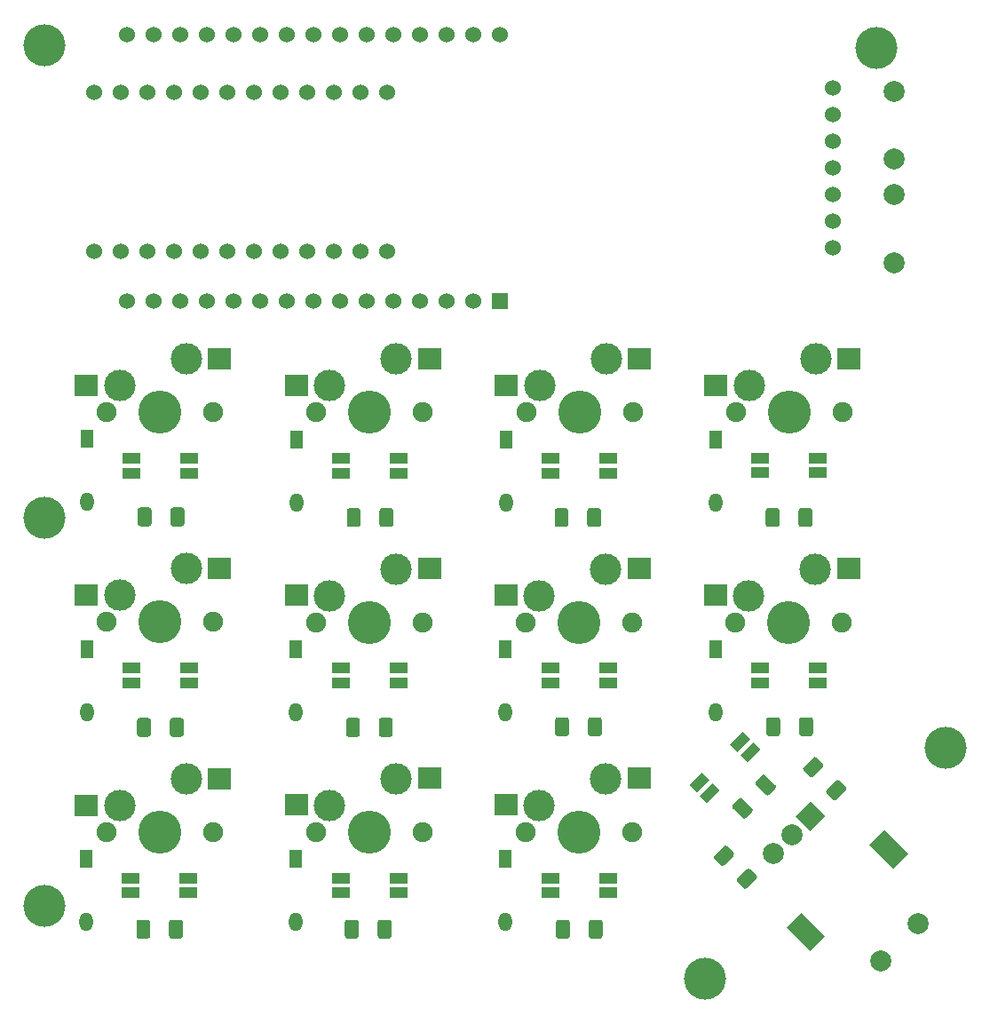
<source format=gbr>
%TF.GenerationSoftware,KiCad,Pcbnew,5.1.7-a382d34a8~88~ubuntu20.04.1*%
%TF.CreationDate,2021-03-20T14:16:57+01:00*%
%TF.ProjectId,WiFiDuck32,57694669-4475-4636-9b33-322e6b696361,2*%
%TF.SameCoordinates,Original*%
%TF.FileFunction,Soldermask,Bot*%
%TF.FilePolarity,Negative*%
%FSLAX46Y46*%
G04 Gerber Fmt 4.6, Leading zero omitted, Abs format (unit mm)*
G04 Created by KiCad (PCBNEW 5.1.7-a382d34a8~88~ubuntu20.04.1) date 2021-03-20 14:16:57*
%MOMM*%
%LPD*%
G01*
G04 APERTURE LIST*
%ADD10C,1.524000*%
%ADD11R,2.300000X2.000000*%
%ADD12C,1.900000*%
%ADD13C,4.100000*%
%ADD14C,3.000000*%
%ADD15C,4.000000*%
%ADD16R,1.300000X1.778000*%
%ADD17O,1.300000X1.778000*%
%ADD18C,2.000000*%
%ADD19C,0.100000*%
%ADD20R,1.700000X1.000000*%
%ADD21R,1.524000X1.524000*%
G04 APERTURE END LIST*
D10*
%TO.C,J1*%
X101219000Y-35661600D03*
X101219000Y-33121600D03*
X101219000Y-30581600D03*
X101219000Y-28041600D03*
X101219000Y-38201600D03*
X101219000Y-40741600D03*
X101219000Y-43281600D03*
%TD*%
%TO.C,U1*%
X30734000Y-28459400D03*
X33274000Y-28459400D03*
X35814000Y-28459400D03*
X38354000Y-28459400D03*
X40894000Y-28459400D03*
X43434000Y-28459400D03*
X45974000Y-28459400D03*
X48514000Y-28459400D03*
X51054000Y-28459400D03*
X53594000Y-28459400D03*
X56134000Y-28459400D03*
X58674000Y-28459400D03*
X58674000Y-43679400D03*
X56134000Y-43679400D03*
X53594000Y-43679400D03*
X51054000Y-43679400D03*
X48514000Y-43679400D03*
X45974000Y-43679400D03*
X43434000Y-43679400D03*
X40894000Y-43679400D03*
X38354000Y-43679400D03*
X35814000Y-43679400D03*
X33274000Y-43679400D03*
X30734000Y-43679400D03*
%TD*%
D11*
%TO.C,SW1*%
X42711800Y-53888200D03*
D12*
X31931800Y-59008200D03*
X42091800Y-59008200D03*
D13*
X37011800Y-59008200D03*
D14*
X39551800Y-53928200D03*
X33201800Y-56468200D03*
D11*
X30011800Y-56428200D03*
%TD*%
D15*
%TO.C,HOLE_M3*%
X111963200Y-90982800D03*
%TD*%
%TO.C,HOLE_M3*%
X89001600Y-112979200D03*
%TD*%
%TO.C,HOLE_M3*%
X26009600Y-106019600D03*
%TD*%
%TO.C,HOLE_M3*%
X26009600Y-69037200D03*
%TD*%
%TO.C,HOLE_M3*%
X26009600Y-24003000D03*
%TD*%
%TO.C,HOLE_M3*%
X105359200Y-24231600D03*
%TD*%
D16*
%TO.C,D1*%
X30035500Y-61531500D03*
D17*
X30035500Y-67531500D03*
%TD*%
%TO.C,D5*%
X30035500Y-87579000D03*
D16*
X30035500Y-81579000D03*
%TD*%
D17*
%TO.C,D9*%
X29972000Y-107584500D03*
D16*
X29972000Y-101584500D03*
%TD*%
%TO.C,D2*%
X50038000Y-61576500D03*
D17*
X50038000Y-67576500D03*
%TD*%
D16*
%TO.C,D6*%
X49974500Y-81579000D03*
D17*
X49974500Y-87579000D03*
%TD*%
D16*
%TO.C,D10*%
X49974500Y-101584500D03*
D17*
X49974500Y-107584500D03*
%TD*%
%TO.C,D3*%
X70040500Y-67579500D03*
D16*
X70040500Y-61579500D03*
%TD*%
D17*
%TO.C,D7*%
X69977000Y-87579000D03*
D16*
X69977000Y-81579000D03*
%TD*%
D17*
%TO.C,D11*%
X69977000Y-107581500D03*
D16*
X69977000Y-101581500D03*
%TD*%
%TO.C,D4*%
X89979500Y-61576500D03*
D17*
X89979500Y-67576500D03*
%TD*%
D16*
%TO.C,D8*%
X89979500Y-81579000D03*
D17*
X89979500Y-87579000D03*
%TD*%
D18*
%TO.C,ENC1*%
X105739414Y-111286482D03*
X109274948Y-107750948D03*
D19*
G36*
X96759158Y-108104502D02*
G01*
X98173372Y-106690288D01*
X100436114Y-108953030D01*
X99021900Y-110367244D01*
X96759158Y-108104502D01*
G37*
G36*
X104678754Y-100184906D02*
G01*
X106092968Y-98770692D01*
X108355710Y-101033434D01*
X106941496Y-102447648D01*
X104678754Y-100184906D01*
G37*
D18*
X95486366Y-101033434D03*
X97254133Y-99265667D03*
D19*
G36*
X97607686Y-97497900D02*
G01*
X99021900Y-96083686D01*
X100436114Y-97497900D01*
X99021900Y-98912114D01*
X97607686Y-97497900D01*
G37*
%TD*%
D20*
%TO.C,LED1*%
X34261800Y-64788200D03*
X34261800Y-63388200D03*
X39761800Y-64788200D03*
X39761800Y-63388200D03*
%TD*%
%TO.C,LED2*%
X59773000Y-63388200D03*
X59773000Y-64788200D03*
X54273000Y-63388200D03*
X54273000Y-64788200D03*
%TD*%
%TO.C,LED3*%
X74258800Y-64788200D03*
X74258800Y-63388200D03*
X79758800Y-64788200D03*
X79758800Y-63388200D03*
%TD*%
%TO.C,LED4*%
X99744600Y-63362800D03*
X99744600Y-64762800D03*
X94244600Y-63362800D03*
X94244600Y-64762800D03*
%TD*%
%TO.C,LED5*%
X99731900Y-83374000D03*
X99731900Y-84774000D03*
X94231900Y-83374000D03*
X94231900Y-84774000D03*
%TD*%
%TO.C,LED6*%
X74233400Y-84774000D03*
X74233400Y-83374000D03*
X79733400Y-84774000D03*
X79733400Y-83374000D03*
%TD*%
%TO.C,LED7*%
X59747600Y-83374000D03*
X59747600Y-84774000D03*
X54247600Y-83374000D03*
X54247600Y-84774000D03*
%TD*%
%TO.C,LED8*%
X34261800Y-84761300D03*
X34261800Y-83361300D03*
X39761800Y-84761300D03*
X39761800Y-83361300D03*
%TD*%
%TO.C,LED9*%
X34236400Y-104797900D03*
X34236400Y-103397900D03*
X39736400Y-104797900D03*
X39736400Y-103397900D03*
%TD*%
%TO.C,LED10*%
X59760300Y-103385200D03*
X59760300Y-104785200D03*
X54260300Y-103385200D03*
X54260300Y-104785200D03*
%TD*%
%TO.C,LED11*%
X74233400Y-104785200D03*
X74233400Y-103385200D03*
X79733400Y-104785200D03*
X79733400Y-103385200D03*
%TD*%
%TO.C,R1*%
G36*
G01*
X100587954Y-94994839D02*
X101471839Y-94110954D01*
G75*
G02*
X101825391Y-94110954I176776J-176776D01*
G01*
X102391078Y-94676641D01*
G75*
G02*
X102391078Y-95030193I-176776J-176776D01*
G01*
X101507193Y-95914078D01*
G75*
G02*
X101153641Y-95914078I-176776J176776D01*
G01*
X100587954Y-95348391D01*
G75*
G02*
X100587954Y-94994839I176776J176776D01*
G01*
G37*
G36*
G01*
X98395922Y-92802807D02*
X99279807Y-91918922D01*
G75*
G02*
X99633359Y-91918922I176776J-176776D01*
G01*
X100199046Y-92484609D01*
G75*
G02*
X100199046Y-92838161I-176776J-176776D01*
G01*
X99315161Y-93722046D01*
G75*
G02*
X98961609Y-93722046I-176776J176776D01*
G01*
X98395922Y-93156359D01*
G75*
G02*
X98395922Y-92802807I176776J176776D01*
G01*
G37*
%TD*%
%TO.C,R2*%
G36*
G01*
X93882078Y-103475693D02*
X92998193Y-104359578D01*
G75*
G02*
X92644641Y-104359578I-176776J176776D01*
G01*
X92078954Y-103793891D01*
G75*
G02*
X92078954Y-103440339I176776J176776D01*
G01*
X92962839Y-102556454D01*
G75*
G02*
X93316391Y-102556454I176776J-176776D01*
G01*
X93882078Y-103122141D01*
G75*
G02*
X93882078Y-103475693I-176776J-176776D01*
G01*
G37*
G36*
G01*
X91690046Y-101283661D02*
X90806161Y-102167546D01*
G75*
G02*
X90452609Y-102167546I-176776J176776D01*
G01*
X89886922Y-101601859D01*
G75*
G02*
X89886922Y-101248307I176776J176776D01*
G01*
X90770807Y-100364422D01*
G75*
G02*
X91124359Y-100364422I176776J-176776D01*
G01*
X91690046Y-100930109D01*
G75*
G02*
X91690046Y-101283661I-176776J-176776D01*
G01*
G37*
%TD*%
D11*
%TO.C,SW2*%
X50023000Y-56428200D03*
D14*
X53213000Y-56468200D03*
X59563000Y-53928200D03*
D13*
X57023000Y-59008200D03*
D12*
X62103000Y-59008200D03*
X51943000Y-59008200D03*
D11*
X62723000Y-53888200D03*
%TD*%
%TO.C,SW3*%
X70008800Y-56428200D03*
D14*
X73198800Y-56468200D03*
X79548800Y-53928200D03*
D13*
X77008800Y-59008200D03*
D12*
X82088800Y-59008200D03*
X71928800Y-59008200D03*
D11*
X82708800Y-53888200D03*
%TD*%
%TO.C,SW4*%
X89994600Y-56402800D03*
D14*
X93184600Y-56442800D03*
X99534600Y-53902800D03*
D13*
X96994600Y-58982800D03*
D12*
X102074600Y-58982800D03*
X91914600Y-58982800D03*
D11*
X102694600Y-53862800D03*
%TD*%
%TO.C,SW5*%
X30011800Y-76401300D03*
D14*
X33201800Y-76441300D03*
X39551800Y-73901300D03*
D13*
X37011800Y-78981300D03*
D12*
X42091800Y-78981300D03*
X31931800Y-78981300D03*
D11*
X42711800Y-73861300D03*
%TD*%
%TO.C,SW6*%
X49997600Y-76414000D03*
D14*
X53187600Y-76454000D03*
X59537600Y-73914000D03*
D13*
X56997600Y-78994000D03*
D12*
X62077600Y-78994000D03*
X51917600Y-78994000D03*
D11*
X62697600Y-73874000D03*
%TD*%
%TO.C,SW7*%
X82683400Y-73874000D03*
D12*
X71903400Y-78994000D03*
X82063400Y-78994000D03*
D13*
X76983400Y-78994000D03*
D14*
X79523400Y-73914000D03*
X73173400Y-76454000D03*
D11*
X69983400Y-76414000D03*
%TD*%
%TO.C,SW8*%
X102681900Y-73874000D03*
D12*
X91901900Y-78994000D03*
X102061900Y-78994000D03*
D13*
X96981900Y-78994000D03*
D14*
X99521900Y-73914000D03*
X93171900Y-76454000D03*
D11*
X89981900Y-76414000D03*
%TD*%
%TO.C,SW9*%
X42686400Y-93897900D03*
D12*
X31906400Y-99017900D03*
X42066400Y-99017900D03*
D13*
X36986400Y-99017900D03*
D14*
X39526400Y-93937900D03*
X33176400Y-96477900D03*
D11*
X29986400Y-96437900D03*
%TD*%
%TO.C,SW10*%
X62710300Y-93885200D03*
D12*
X51930300Y-99005200D03*
X62090300Y-99005200D03*
D13*
X57010300Y-99005200D03*
D14*
X59550300Y-93925200D03*
X53200300Y-96465200D03*
D11*
X50010300Y-96425200D03*
%TD*%
%TO.C,SW11*%
X82683400Y-93885200D03*
D12*
X71903400Y-99005200D03*
X82063400Y-99005200D03*
D13*
X76983400Y-99005200D03*
D14*
X79523400Y-93925200D03*
X73173400Y-96465200D03*
D11*
X69983400Y-96425200D03*
%TD*%
D21*
%TO.C,U2*%
X69469000Y-48387000D03*
D10*
X66929000Y-48387000D03*
X64389000Y-48387000D03*
X61849000Y-48387000D03*
X59309000Y-48387000D03*
X56769000Y-48387000D03*
X54229000Y-48387000D03*
X51689000Y-48387000D03*
X49149000Y-48387000D03*
X46609000Y-48387000D03*
X44069000Y-48387000D03*
X41529000Y-48387000D03*
X38989000Y-48387000D03*
X36449000Y-48387000D03*
X33909000Y-48387000D03*
X33909000Y-22987000D03*
X36449000Y-22987000D03*
X38989000Y-22987000D03*
X41529000Y-22987000D03*
X44069000Y-22987000D03*
X46609000Y-22987000D03*
X49149000Y-22987000D03*
X51689000Y-22987000D03*
X54229000Y-22987000D03*
X56769000Y-22987000D03*
X59309000Y-22987000D03*
X61849000Y-22987000D03*
X64389000Y-22987000D03*
X66929000Y-22987000D03*
X69469000Y-22987000D03*
%TD*%
%TO.C,C1*%
G36*
G01*
X36209000Y-68310998D02*
X36209000Y-69611002D01*
G75*
G02*
X35959002Y-69861000I-249998J0D01*
G01*
X35133998Y-69861000D01*
G75*
G02*
X34884000Y-69611002I0J249998D01*
G01*
X34884000Y-68310998D01*
G75*
G02*
X35133998Y-68061000I249998J0D01*
G01*
X35959002Y-68061000D01*
G75*
G02*
X36209000Y-68310998I0J-249998D01*
G01*
G37*
G36*
G01*
X39334000Y-68310998D02*
X39334000Y-69611002D01*
G75*
G02*
X39084002Y-69861000I-249998J0D01*
G01*
X38258998Y-69861000D01*
G75*
G02*
X38009000Y-69611002I0J249998D01*
G01*
X38009000Y-68310998D01*
G75*
G02*
X38258998Y-68061000I249998J0D01*
G01*
X39084002Y-68061000D01*
G75*
G02*
X39334000Y-68310998I0J-249998D01*
G01*
G37*
%TD*%
%TO.C,C2*%
G36*
G01*
X59273000Y-68374498D02*
X59273000Y-69674502D01*
G75*
G02*
X59023002Y-69924500I-249998J0D01*
G01*
X58197998Y-69924500D01*
G75*
G02*
X57948000Y-69674502I0J249998D01*
G01*
X57948000Y-68374498D01*
G75*
G02*
X58197998Y-68124500I249998J0D01*
G01*
X59023002Y-68124500D01*
G75*
G02*
X59273000Y-68374498I0J-249998D01*
G01*
G37*
G36*
G01*
X56148000Y-68374498D02*
X56148000Y-69674502D01*
G75*
G02*
X55898002Y-69924500I-249998J0D01*
G01*
X55072998Y-69924500D01*
G75*
G02*
X54823000Y-69674502I0J249998D01*
G01*
X54823000Y-68374498D01*
G75*
G02*
X55072998Y-68124500I249998J0D01*
G01*
X55898002Y-68124500D01*
G75*
G02*
X56148000Y-68374498I0J-249998D01*
G01*
G37*
%TD*%
%TO.C,C3*%
G36*
G01*
X75960000Y-68374498D02*
X75960000Y-69674502D01*
G75*
G02*
X75710002Y-69924500I-249998J0D01*
G01*
X74884998Y-69924500D01*
G75*
G02*
X74635000Y-69674502I0J249998D01*
G01*
X74635000Y-68374498D01*
G75*
G02*
X74884998Y-68124500I249998J0D01*
G01*
X75710002Y-68124500D01*
G75*
G02*
X75960000Y-68374498I0J-249998D01*
G01*
G37*
G36*
G01*
X79085000Y-68374498D02*
X79085000Y-69674502D01*
G75*
G02*
X78835002Y-69924500I-249998J0D01*
G01*
X78009998Y-69924500D01*
G75*
G02*
X77760000Y-69674502I0J249998D01*
G01*
X77760000Y-68374498D01*
G75*
G02*
X78009998Y-68124500I249998J0D01*
G01*
X78835002Y-68124500D01*
G75*
G02*
X79085000Y-68374498I0J-249998D01*
G01*
G37*
%TD*%
%TO.C,C4*%
G36*
G01*
X99228000Y-68374498D02*
X99228000Y-69674502D01*
G75*
G02*
X98978002Y-69924500I-249998J0D01*
G01*
X98152998Y-69924500D01*
G75*
G02*
X97903000Y-69674502I0J249998D01*
G01*
X97903000Y-68374498D01*
G75*
G02*
X98152998Y-68124500I249998J0D01*
G01*
X98978002Y-68124500D01*
G75*
G02*
X99228000Y-68374498I0J-249998D01*
G01*
G37*
G36*
G01*
X96103000Y-68374498D02*
X96103000Y-69674502D01*
G75*
G02*
X95853002Y-69924500I-249998J0D01*
G01*
X95027998Y-69924500D01*
G75*
G02*
X94778000Y-69674502I0J249998D01*
G01*
X94778000Y-68374498D01*
G75*
G02*
X95027998Y-68124500I249998J0D01*
G01*
X95853002Y-68124500D01*
G75*
G02*
X96103000Y-68374498I0J-249998D01*
G01*
G37*
%TD*%
%TO.C,C5*%
G36*
G01*
X96153000Y-88313498D02*
X96153000Y-89613502D01*
G75*
G02*
X95903002Y-89863500I-249998J0D01*
G01*
X95077998Y-89863500D01*
G75*
G02*
X94828000Y-89613502I0J249998D01*
G01*
X94828000Y-88313498D01*
G75*
G02*
X95077998Y-88063500I249998J0D01*
G01*
X95903002Y-88063500D01*
G75*
G02*
X96153000Y-88313498I0J-249998D01*
G01*
G37*
G36*
G01*
X99278000Y-88313498D02*
X99278000Y-89613502D01*
G75*
G02*
X99028002Y-89863500I-249998J0D01*
G01*
X98202998Y-89863500D01*
G75*
G02*
X97953000Y-89613502I0J249998D01*
G01*
X97953000Y-88313498D01*
G75*
G02*
X98202998Y-88063500I249998J0D01*
G01*
X99028002Y-88063500D01*
G75*
G02*
X99278000Y-88313498I0J-249998D01*
G01*
G37*
%TD*%
%TO.C,C6*%
G36*
G01*
X79148500Y-88313498D02*
X79148500Y-89613502D01*
G75*
G02*
X78898502Y-89863500I-249998J0D01*
G01*
X78073498Y-89863500D01*
G75*
G02*
X77823500Y-89613502I0J249998D01*
G01*
X77823500Y-88313498D01*
G75*
G02*
X78073498Y-88063500I249998J0D01*
G01*
X78898502Y-88063500D01*
G75*
G02*
X79148500Y-88313498I0J-249998D01*
G01*
G37*
G36*
G01*
X76023500Y-88313498D02*
X76023500Y-89613502D01*
G75*
G02*
X75773502Y-89863500I-249998J0D01*
G01*
X74948498Y-89863500D01*
G75*
G02*
X74698500Y-89613502I0J249998D01*
G01*
X74698500Y-88313498D01*
G75*
G02*
X74948498Y-88063500I249998J0D01*
G01*
X75773502Y-88063500D01*
G75*
G02*
X76023500Y-88313498I0J-249998D01*
G01*
G37*
%TD*%
%TO.C,C7*%
G36*
G01*
X56084500Y-88376998D02*
X56084500Y-89677002D01*
G75*
G02*
X55834502Y-89927000I-249998J0D01*
G01*
X55009498Y-89927000D01*
G75*
G02*
X54759500Y-89677002I0J249998D01*
G01*
X54759500Y-88376998D01*
G75*
G02*
X55009498Y-88127000I249998J0D01*
G01*
X55834502Y-88127000D01*
G75*
G02*
X56084500Y-88376998I0J-249998D01*
G01*
G37*
G36*
G01*
X59209500Y-88376998D02*
X59209500Y-89677002D01*
G75*
G02*
X58959502Y-89927000I-249998J0D01*
G01*
X58134498Y-89927000D01*
G75*
G02*
X57884500Y-89677002I0J249998D01*
G01*
X57884500Y-88376998D01*
G75*
G02*
X58134498Y-88127000I249998J0D01*
G01*
X58959502Y-88127000D01*
G75*
G02*
X59209500Y-88376998I0J-249998D01*
G01*
G37*
%TD*%
%TO.C,C8*%
G36*
G01*
X39284000Y-88376998D02*
X39284000Y-89677002D01*
G75*
G02*
X39034002Y-89927000I-249998J0D01*
G01*
X38208998Y-89927000D01*
G75*
G02*
X37959000Y-89677002I0J249998D01*
G01*
X37959000Y-88376998D01*
G75*
G02*
X38208998Y-88127000I249998J0D01*
G01*
X39034002Y-88127000D01*
G75*
G02*
X39284000Y-88376998I0J-249998D01*
G01*
G37*
G36*
G01*
X36159000Y-88376998D02*
X36159000Y-89677002D01*
G75*
G02*
X35909002Y-89927000I-249998J0D01*
G01*
X35083998Y-89927000D01*
G75*
G02*
X34834000Y-89677002I0J249998D01*
G01*
X34834000Y-88376998D01*
G75*
G02*
X35083998Y-88127000I249998J0D01*
G01*
X35909002Y-88127000D01*
G75*
G02*
X36159000Y-88376998I0J-249998D01*
G01*
G37*
%TD*%
%TO.C,C9*%
G36*
G01*
X36082000Y-107617498D02*
X36082000Y-108917502D01*
G75*
G02*
X35832002Y-109167500I-249998J0D01*
G01*
X35006998Y-109167500D01*
G75*
G02*
X34757000Y-108917502I0J249998D01*
G01*
X34757000Y-107617498D01*
G75*
G02*
X35006998Y-107367500I249998J0D01*
G01*
X35832002Y-107367500D01*
G75*
G02*
X36082000Y-107617498I0J-249998D01*
G01*
G37*
G36*
G01*
X39207000Y-107617498D02*
X39207000Y-108917502D01*
G75*
G02*
X38957002Y-109167500I-249998J0D01*
G01*
X38131998Y-109167500D01*
G75*
G02*
X37882000Y-108917502I0J249998D01*
G01*
X37882000Y-107617498D01*
G75*
G02*
X38131998Y-107367500I249998J0D01*
G01*
X38957002Y-107367500D01*
G75*
G02*
X39207000Y-107617498I0J-249998D01*
G01*
G37*
%TD*%
%TO.C,C10*%
G36*
G01*
X59096000Y-107617498D02*
X59096000Y-108917502D01*
G75*
G02*
X58846002Y-109167500I-249998J0D01*
G01*
X58020998Y-109167500D01*
G75*
G02*
X57771000Y-108917502I0J249998D01*
G01*
X57771000Y-107617498D01*
G75*
G02*
X58020998Y-107367500I249998J0D01*
G01*
X58846002Y-107367500D01*
G75*
G02*
X59096000Y-107617498I0J-249998D01*
G01*
G37*
G36*
G01*
X55971000Y-107617498D02*
X55971000Y-108917502D01*
G75*
G02*
X55721002Y-109167500I-249998J0D01*
G01*
X54895998Y-109167500D01*
G75*
G02*
X54646000Y-108917502I0J249998D01*
G01*
X54646000Y-107617498D01*
G75*
G02*
X54895998Y-107367500I249998J0D01*
G01*
X55721002Y-107367500D01*
G75*
G02*
X55971000Y-107617498I0J-249998D01*
G01*
G37*
%TD*%
%TO.C,C11*%
G36*
G01*
X76100500Y-107617498D02*
X76100500Y-108917502D01*
G75*
G02*
X75850502Y-109167500I-249998J0D01*
G01*
X75025498Y-109167500D01*
G75*
G02*
X74775500Y-108917502I0J249998D01*
G01*
X74775500Y-107617498D01*
G75*
G02*
X75025498Y-107367500I249998J0D01*
G01*
X75850502Y-107367500D01*
G75*
G02*
X76100500Y-107617498I0J-249998D01*
G01*
G37*
G36*
G01*
X79225500Y-107617498D02*
X79225500Y-108917502D01*
G75*
G02*
X78975502Y-109167500I-249998J0D01*
G01*
X78150498Y-109167500D01*
G75*
G02*
X77900500Y-108917502I0J249998D01*
G01*
X77900500Y-107617498D01*
G75*
G02*
X78150498Y-107367500I249998J0D01*
G01*
X78975502Y-107367500D01*
G75*
G02*
X79225500Y-107617498I0J-249998D01*
G01*
G37*
%TD*%
D18*
%TO.C,SW_BTN1*%
X107061000Y-28373000D03*
X107061000Y-34873000D03*
%TD*%
%TO.C,SW_BTN2*%
X107061000Y-44715500D03*
X107061000Y-38215500D03*
%TD*%
%TO.C,C12*%
G36*
G01*
X94776191Y-93598067D02*
X95695433Y-94517309D01*
G75*
G02*
X95695433Y-94870859I-176775J-176775D01*
G01*
X95112067Y-95454225D01*
G75*
G02*
X94758517Y-95454225I-176775J176775D01*
G01*
X93839275Y-94534983D01*
G75*
G02*
X93839275Y-94181433I176775J176775D01*
G01*
X94422641Y-93598067D01*
G75*
G02*
X94776191Y-93598067I176775J-176775D01*
G01*
G37*
G36*
G01*
X92566483Y-95807775D02*
X93485725Y-96727017D01*
G75*
G02*
X93485725Y-97080567I-176775J-176775D01*
G01*
X92902359Y-97663933D01*
G75*
G02*
X92548809Y-97663933I-176775J176775D01*
G01*
X91629567Y-96744691D01*
G75*
G02*
X91629567Y-96391141I176775J176775D01*
G01*
X92212933Y-95807775D01*
G75*
G02*
X92566483Y-95807775I176775J-176775D01*
G01*
G37*
%TD*%
D19*
%TO.C,LED12*%
G36*
X89194445Y-96236113D02*
G01*
X88487338Y-95529006D01*
X89689419Y-94326925D01*
X90396526Y-95034032D01*
X89194445Y-96236113D01*
G37*
G36*
X88204496Y-95246164D02*
G01*
X87497389Y-94539057D01*
X88699470Y-93336976D01*
X89406577Y-94044083D01*
X88204496Y-95246164D01*
G37*
G36*
X93083532Y-92347026D02*
G01*
X92376425Y-91639919D01*
X93578506Y-90437838D01*
X94285613Y-91144945D01*
X93083532Y-92347026D01*
G37*
G36*
X92093583Y-91357077D02*
G01*
X91386476Y-90649970D01*
X92588557Y-89447889D01*
X93295664Y-90154996D01*
X92093583Y-91357077D01*
G37*
%TD*%
M02*

</source>
